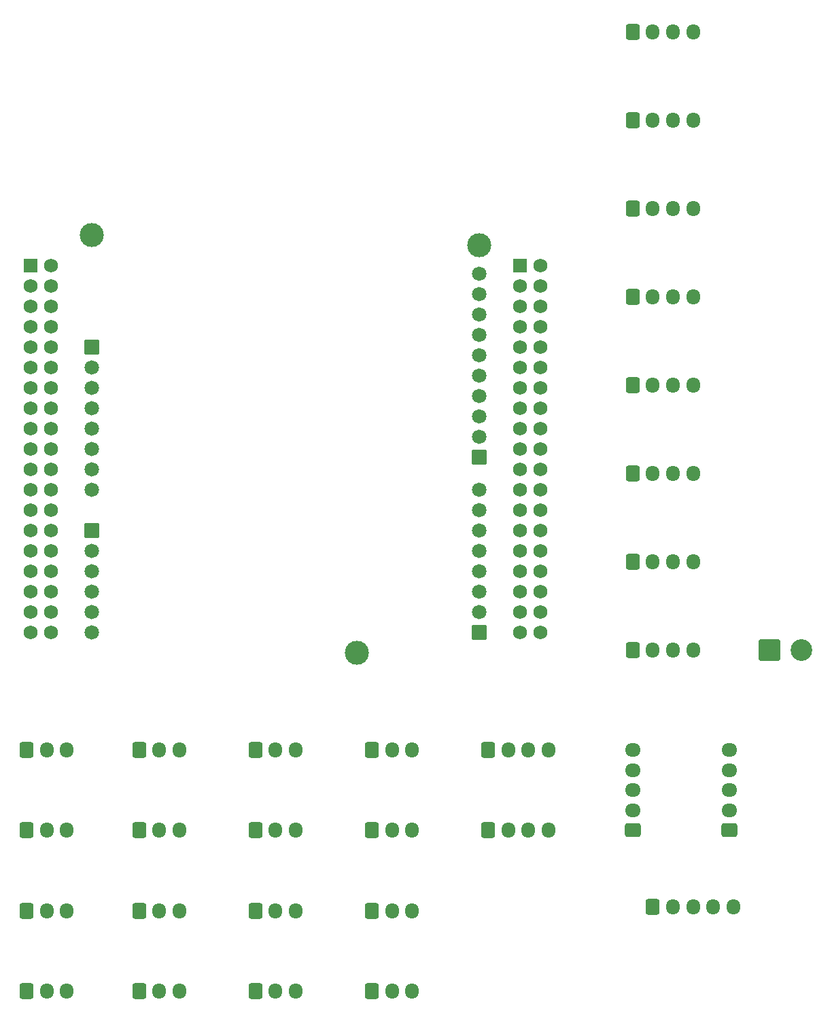
<source format=gbs>
G04 #@! TF.GenerationSoftware,KiCad,Pcbnew,8.0.8*
G04 #@! TF.CreationDate,2025-02-19T12:15:39-05:00*
G04 #@! TF.ProjectId,capstone_pcb,63617073-746f-46e6-955f-7063622e6b69,rev?*
G04 #@! TF.SameCoordinates,Original*
G04 #@! TF.FileFunction,Soldermask,Bot*
G04 #@! TF.FilePolarity,Negative*
%FSLAX46Y46*%
G04 Gerber Fmt 4.6, Leading zero omitted, Abs format (unit mm)*
G04 Created by KiCad (PCBNEW 8.0.8) date 2025-02-19 12:15:39*
%MOMM*%
%LPD*%
G01*
G04 APERTURE LIST*
G04 Aperture macros list*
%AMRoundRect*
0 Rectangle with rounded corners*
0 $1 Rounding radius*
0 $2 $3 $4 $5 $6 $7 $8 $9 X,Y pos of 4 corners*
0 Add a 4 corners polygon primitive as box body*
4,1,4,$2,$3,$4,$5,$6,$7,$8,$9,$2,$3,0*
0 Add four circle primitives for the rounded corners*
1,1,$1+$1,$2,$3*
1,1,$1+$1,$4,$5*
1,1,$1+$1,$6,$7*
1,1,$1+$1,$8,$9*
0 Add four rect primitives between the rounded corners*
20,1,$1+$1,$2,$3,$4,$5,0*
20,1,$1+$1,$4,$5,$6,$7,0*
20,1,$1+$1,$6,$7,$8,$9,0*
20,1,$1+$1,$8,$9,$2,$3,0*%
G04 Aperture macros list end*
%ADD10RoundRect,0.250000X-0.600000X-0.725000X0.600000X-0.725000X0.600000X0.725000X-0.600000X0.725000X0*%
%ADD11O,1.700000X1.950000*%
%ADD12RoundRect,0.250000X0.725000X-0.600000X0.725000X0.600000X-0.725000X0.600000X-0.725000X-0.600000X0*%
%ADD13O,1.950000X1.700000*%
%ADD14C,3.000000*%
%ADD15RoundRect,0.102000X-0.802500X-0.802500X0.802500X-0.802500X0.802500X0.802500X-0.802500X0.802500X0*%
%ADD16C,1.809000*%
%ADD17RoundRect,0.102000X-0.765000X-0.765000X0.765000X-0.765000X0.765000X0.765000X-0.765000X0.765000X0*%
%ADD18C,1.734000*%
%ADD19RoundRect,0.250001X-1.099999X-1.099999X1.099999X-1.099999X1.099999X1.099999X-1.099999X1.099999X0*%
%ADD20C,2.700000*%
G04 APERTURE END LIST*
D10*
X136000000Y-163000000D03*
D11*
X138500000Y-163000000D03*
X141000000Y-163000000D03*
D10*
X136000000Y-153000000D03*
D11*
X138500000Y-153000000D03*
X141000000Y-153000000D03*
D12*
X183000000Y-143000000D03*
D13*
X183000000Y-140500000D03*
X183000000Y-138000000D03*
X183000000Y-135500000D03*
X183000000Y-133000000D03*
D10*
X107500000Y-153000000D03*
D11*
X110000000Y-153000000D03*
X112500000Y-153000000D03*
D10*
X183000000Y-54500000D03*
D11*
X185500000Y-54500000D03*
X188000000Y-54500000D03*
X190500000Y-54500000D03*
D12*
X195000000Y-143000000D03*
D13*
X195000000Y-140500000D03*
X195000000Y-138000000D03*
X195000000Y-135500000D03*
X195000000Y-133000000D03*
D10*
X183000000Y-43500000D03*
D11*
X185500000Y-43500000D03*
X188000000Y-43500000D03*
X190500000Y-43500000D03*
D10*
X121500000Y-163000000D03*
D11*
X124000000Y-163000000D03*
X126500000Y-163000000D03*
D10*
X107500000Y-133000000D03*
D11*
X110000000Y-133000000D03*
X112500000Y-133000000D03*
D10*
X183000000Y-109500000D03*
D11*
X185500000Y-109500000D03*
X188000000Y-109500000D03*
X190500000Y-109500000D03*
D10*
X150500000Y-153000000D03*
D11*
X153000000Y-153000000D03*
X155500000Y-153000000D03*
D14*
X115570000Y-68780000D03*
X148590000Y-120850000D03*
X163830000Y-70050000D03*
D15*
X163830000Y-96470000D03*
D16*
X163830000Y-93930000D03*
X163830000Y-91390000D03*
X163830000Y-88850000D03*
X163830000Y-86310000D03*
X163830000Y-83770000D03*
X163830000Y-81230000D03*
X163830000Y-78690000D03*
X163830000Y-76150000D03*
X163830000Y-73610000D03*
D15*
X115570000Y-82750000D03*
D16*
X115570000Y-85290000D03*
X115570000Y-87830000D03*
X115570000Y-90370000D03*
X115570000Y-92910000D03*
X115570000Y-95450000D03*
X115570000Y-97990000D03*
X115570000Y-100530000D03*
D17*
X107950000Y-72590000D03*
D18*
X110490000Y-72590000D03*
X107950000Y-75130000D03*
X110490000Y-75130000D03*
X107950000Y-77670000D03*
X110490000Y-77670000D03*
X107950000Y-80210000D03*
X110490000Y-80210000D03*
X107950000Y-82750000D03*
X110490000Y-82750000D03*
X107950000Y-85290000D03*
X110490000Y-85290000D03*
X107950000Y-87830000D03*
X110490000Y-87830000D03*
X107950000Y-90370000D03*
X110490000Y-90370000D03*
X107950000Y-92910000D03*
X110490000Y-92910000D03*
X107950000Y-95450000D03*
X110490000Y-95450000D03*
X107950000Y-97990000D03*
X110490000Y-97990000D03*
X107950000Y-100530000D03*
X110490000Y-100530000D03*
X107950000Y-103070000D03*
X110490000Y-103070000D03*
X107950000Y-105610000D03*
X110490000Y-105610000D03*
X107950000Y-108150000D03*
X110490000Y-108150000D03*
X107950000Y-110690000D03*
X110490000Y-110690000D03*
X107950000Y-113230000D03*
X110490000Y-113230000D03*
X107950000Y-115770000D03*
X110490000Y-115770000D03*
X107950000Y-118310000D03*
X110490000Y-118310000D03*
D15*
X115570000Y-105610000D03*
D16*
X115570000Y-108150000D03*
X115570000Y-110690000D03*
X115570000Y-113230000D03*
X115570000Y-115770000D03*
X115570000Y-118310000D03*
D15*
X163830000Y-118310000D03*
D16*
X163830000Y-115770000D03*
X163830000Y-113230000D03*
X163830000Y-110690000D03*
X163830000Y-108150000D03*
X163830000Y-105610000D03*
X163830000Y-103070000D03*
X163830000Y-100530000D03*
D17*
X168910000Y-72590000D03*
D18*
X171450000Y-72590000D03*
X168910000Y-75130000D03*
X171450000Y-75130000D03*
X168910000Y-77670000D03*
X171450000Y-77670000D03*
X168910000Y-80210000D03*
X171450000Y-80210000D03*
X168910000Y-82750000D03*
X171450000Y-82750000D03*
X168910000Y-85290000D03*
X171450000Y-85290000D03*
X168910000Y-87830000D03*
X171450000Y-87830000D03*
X168910000Y-90370000D03*
X171450000Y-90370000D03*
X168910000Y-92910000D03*
X171450000Y-92910000D03*
X168910000Y-95450000D03*
X171450000Y-95450000D03*
X168910000Y-97990000D03*
X171450000Y-97990000D03*
X168910000Y-100530000D03*
X171450000Y-100530000D03*
X168910000Y-103070000D03*
X171450000Y-103070000D03*
X168910000Y-105610000D03*
X171450000Y-105610000D03*
X168910000Y-108150000D03*
X171450000Y-108150000D03*
X168910000Y-110690000D03*
X171450000Y-110690000D03*
X168910000Y-113230000D03*
X171450000Y-113230000D03*
X168910000Y-115770000D03*
X171450000Y-115770000D03*
X168910000Y-118310000D03*
X171450000Y-118310000D03*
D19*
X200040000Y-120500000D03*
D20*
X204000000Y-120500000D03*
D10*
X150500000Y-133000000D03*
D11*
X153000000Y-133000000D03*
X155500000Y-133000000D03*
D10*
X121500000Y-153000000D03*
D11*
X124000000Y-153000000D03*
X126500000Y-153000000D03*
D10*
X183000000Y-87500000D03*
D11*
X185500000Y-87500000D03*
X188000000Y-87500000D03*
X190500000Y-87500000D03*
D10*
X150500000Y-143000000D03*
D11*
X153000000Y-143000000D03*
X155500000Y-143000000D03*
D10*
X165000000Y-133000000D03*
D11*
X167500000Y-133000000D03*
X170000000Y-133000000D03*
X172500000Y-133000000D03*
D10*
X121500000Y-143000000D03*
D11*
X124000000Y-143000000D03*
X126500000Y-143000000D03*
D10*
X183000000Y-76500000D03*
D11*
X185500000Y-76500000D03*
X188000000Y-76500000D03*
X190500000Y-76500000D03*
D10*
X150500000Y-163000000D03*
D11*
X153000000Y-163000000D03*
X155500000Y-163000000D03*
D10*
X183000000Y-65500000D03*
D11*
X185500000Y-65500000D03*
X188000000Y-65500000D03*
X190500000Y-65500000D03*
D10*
X183000000Y-120500000D03*
D11*
X185500000Y-120500000D03*
X188000000Y-120500000D03*
X190500000Y-120500000D03*
D10*
X165000000Y-143000000D03*
D11*
X167500000Y-143000000D03*
X170000000Y-143000000D03*
X172500000Y-143000000D03*
D10*
X107500000Y-143000000D03*
D11*
X110000000Y-143000000D03*
X112500000Y-143000000D03*
D10*
X185500000Y-152500000D03*
D11*
X188000000Y-152500000D03*
X190500000Y-152500000D03*
X193000000Y-152500000D03*
X195500000Y-152500000D03*
D10*
X136000000Y-133000000D03*
D11*
X138500000Y-133000000D03*
X141000000Y-133000000D03*
D10*
X136000000Y-143000000D03*
D11*
X138500000Y-143000000D03*
X141000000Y-143000000D03*
D10*
X121500000Y-133000000D03*
D11*
X124000000Y-133000000D03*
X126500000Y-133000000D03*
D10*
X107500000Y-163000000D03*
D11*
X110000000Y-163000000D03*
X112500000Y-163000000D03*
D10*
X183000000Y-98500000D03*
D11*
X185500000Y-98500000D03*
X188000000Y-98500000D03*
X190500000Y-98500000D03*
M02*

</source>
